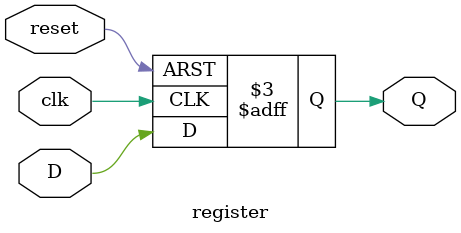
<source format=v>
module register #(
    parameter BUS_WIDTH = 1
)
(
    input clk,
    input reset,
    input [BUS_WIDTH - 1:0] D,

    output reg [BUS_WIDTH - 1:0] Q
);

    always @(posedge clk or negedge reset) begin
        if (~reset) begin
            Q <= 'b0;
        end
        else begin
            Q <= D;
        end
    end

endmodule

</source>
